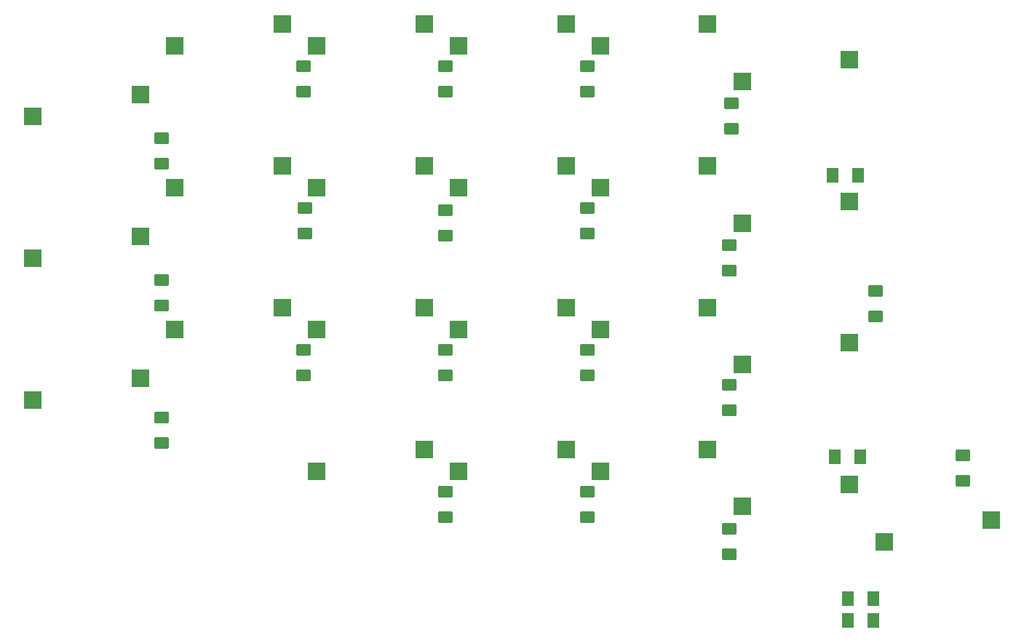
<source format=gbp>
G04 #@! TF.GenerationSoftware,KiCad,Pcbnew,7.0.10*
G04 #@! TF.CreationDate,2024-06-23T16:27:35+09:00*
G04 #@! TF.ProjectId,sss,7373732e-6b69-4636-9164-5f7063625858,rev?*
G04 #@! TF.SameCoordinates,Original*
G04 #@! TF.FileFunction,Paste,Bot*
G04 #@! TF.FilePolarity,Positive*
%FSLAX46Y46*%
G04 Gerber Fmt 4.6, Leading zero omitted, Abs format (unit mm)*
G04 Created by KiCad (PCBNEW 7.0.10) date 2024-06-23 16:27:35*
%MOMM*%
%LPD*%
G01*
G04 APERTURE LIST*
G04 Aperture macros list*
%AMRoundRect*
0 Rectangle with rounded corners*
0 $1 Rounding radius*
0 $2 $3 $4 $5 $6 $7 $8 $9 X,Y pos of 4 corners*
0 Add a 4 corners polygon primitive as box body*
4,1,4,$2,$3,$4,$5,$6,$7,$8,$9,$2,$3,0*
0 Add four circle primitives for the rounded corners*
1,1,$1+$1,$2,$3*
1,1,$1+$1,$4,$5*
1,1,$1+$1,$6,$7*
1,1,$1+$1,$8,$9*
0 Add four rect primitives between the rounded corners*
20,1,$1+$1,$2,$3,$4,$5,0*
20,1,$1+$1,$4,$5,$6,$7,0*
20,1,$1+$1,$6,$7,$8,$9,0*
20,1,$1+$1,$8,$9,$2,$3,0*%
G04 Aperture macros list end*
%ADD10R,2.000000X2.000000*%
%ADD11RoundRect,0.250001X-0.624999X0.462499X-0.624999X-0.462499X0.624999X-0.462499X0.624999X0.462499X0*%
%ADD12RoundRect,0.250001X0.462499X0.624999X-0.462499X0.624999X-0.462499X-0.624999X0.462499X-0.624999X0*%
%ADD13RoundRect,0.250001X0.624999X-0.462499X0.624999X0.462499X-0.624999X0.462499X-0.624999X-0.462499X0*%
G04 APERTURE END LIST*
D10*
X126440000Y-89185000D03*
X138940000Y-86645000D03*
X43940000Y-64435000D03*
X56440000Y-61895000D03*
X109940000Y-52070000D03*
X122440000Y-49530000D03*
X60440000Y-31435000D03*
X72940000Y-28895000D03*
X76940000Y-31435000D03*
X89440000Y-28895000D03*
X60440000Y-64435000D03*
X72940000Y-61895000D03*
X109940000Y-85060000D03*
X122440000Y-82520000D03*
X60440000Y-47935000D03*
X72940000Y-45395000D03*
X93440000Y-64435000D03*
X105940000Y-61895000D03*
X109940000Y-68560000D03*
X122440000Y-66020000D03*
X109940000Y-35560000D03*
X122440000Y-33020000D03*
X43940000Y-47935000D03*
X56440000Y-45395000D03*
X27440000Y-56185000D03*
X39940000Y-53645000D03*
X93440000Y-47935000D03*
X105940000Y-45395000D03*
X93440000Y-80935000D03*
X105940000Y-78395000D03*
X76940000Y-80935000D03*
X89440000Y-78395000D03*
X43940000Y-31435000D03*
X56440000Y-28895000D03*
X93440000Y-31435000D03*
X105940000Y-28895000D03*
X27440000Y-72685000D03*
X39940000Y-70145000D03*
X27440000Y-39685000D03*
X39940000Y-37145000D03*
X76940000Y-64435000D03*
X89440000Y-61895000D03*
X76940000Y-47935000D03*
X89440000Y-45395000D03*
X60440000Y-80935000D03*
X72940000Y-78395000D03*
D11*
X91948000Y-36757000D03*
X91948000Y-33782000D03*
X75438000Y-86287000D03*
X75438000Y-83312000D03*
X125476000Y-62919000D03*
X125476000Y-59944000D03*
X91948000Y-69777000D03*
X91948000Y-66802000D03*
X58928000Y-36791000D03*
X58928000Y-33816000D03*
X42418000Y-45139000D03*
X42418000Y-42164000D03*
X75438000Y-36791000D03*
X75438000Y-33816000D03*
D12*
X120469000Y-46482000D03*
X123444000Y-46482000D03*
D11*
X91948000Y-86287000D03*
X91948000Y-83312000D03*
X75438000Y-69777000D03*
X75438000Y-66802000D03*
X59080400Y-53267000D03*
X59080400Y-50292000D03*
D12*
X122213000Y-95758000D03*
X125188000Y-95758000D03*
D11*
X75438000Y-53521000D03*
X75438000Y-50546000D03*
D12*
X122213000Y-98298000D03*
X125188000Y-98298000D03*
D11*
X108712000Y-41075000D03*
X108712000Y-38100000D03*
X42418000Y-61649000D03*
X42418000Y-58674000D03*
X108458000Y-90639000D03*
X108458000Y-87664000D03*
X42418000Y-77651000D03*
X42418000Y-74676000D03*
X91948000Y-53267000D03*
X91948000Y-50292000D03*
X58928000Y-69777000D03*
X58928000Y-66802000D03*
D13*
X135636000Y-82058800D03*
X135636000Y-79083800D03*
D11*
X108458000Y-57619000D03*
X108458000Y-54644000D03*
D12*
X120689000Y-79248000D03*
X123664000Y-79248000D03*
D11*
X108458000Y-73875000D03*
X108458000Y-70900000D03*
M02*

</source>
